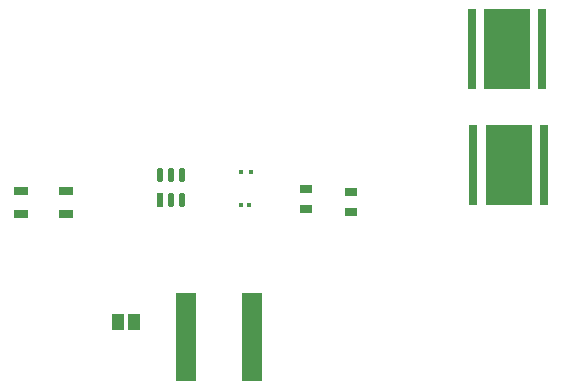
<source format=gbr>
%TF.GenerationSoftware,Altium Limited,Altium Designer,25.5.2 (35)*%
G04 Layer_Color=8421504*
%FSLAX45Y45*%
%MOMM*%
%TF.SameCoordinates,3BADBC57-1BA9-4FDE-98A5-202BFE76BA5A*%
%TF.FilePolarity,Positive*%
%TF.FileFunction,Paste,Top*%
%TF.Part,Single*%
G01*
G75*
%TA.AperFunction,SMDPad,CuDef*%
%ADD10R,1.80000X7.50000*%
%ADD11R,1.05000X0.65000*%
%ADD12R,0.45000X0.35000*%
%ADD13R,0.70000X6.76000*%
%ADD14R,3.90000X6.76000*%
%ADD15R,0.45000X0.45000*%
%ADD16R,0.53213X1.25439*%
%ADD17R,1.30000X0.70000*%
G04:AMPARAMS|DCode=18|XSize=1.25439mm|YSize=0.53213mm|CornerRadius=0.26606mm|HoleSize=0mm|Usage=FLASHONLY|Rotation=90.000|XOffset=0mm|YOffset=0mm|HoleType=Round|Shape=RoundedRectangle|*
%AMROUNDEDRECTD18*
21,1,1.25439,0.00000,0,0,90.0*
21,1,0.72226,0.53213,0,0,90.0*
1,1,0.53213,0.00000,0.36113*
1,1,0.53213,0.00000,-0.36113*
1,1,0.53213,0.00000,-0.36113*
1,1,0.53213,0.00000,0.36113*
%
%ADD18ROUNDEDRECTD18*%
%ADD19R,1.10464X1.35620*%
D10*
X2413000Y1270000D02*
D03*
X2973000D02*
D03*
D11*
X3429000Y2353400D02*
D03*
X3810000Y2328000D02*
D03*
Y2498000D02*
D03*
X3429000Y2523400D02*
D03*
D12*
X2946400Y2387600D02*
D03*
X2881400D02*
D03*
D13*
X5430800Y3708400D02*
D03*
X5443500Y2730500D02*
D03*
X4843500D02*
D03*
X4830800Y3708400D02*
D03*
D14*
X5130800D02*
D03*
X5143500Y2730500D02*
D03*
D15*
X2960999Y2667000D02*
D03*
X2880999D02*
D03*
D16*
X2191000Y2434971D02*
D03*
D17*
X1397000Y2318000D02*
D03*
X1016000D02*
D03*
Y2508000D02*
D03*
X1397000D02*
D03*
D18*
X2286000Y2434971D02*
D03*
X2381000D02*
D03*
Y2645029D02*
D03*
X2286000D02*
D03*
X2191000D02*
D03*
D19*
X1975578Y1397000D02*
D03*
X1834422D02*
D03*
%TF.MD5,30927796c58e307384e1c101570ea3b9*%
M02*

</source>
